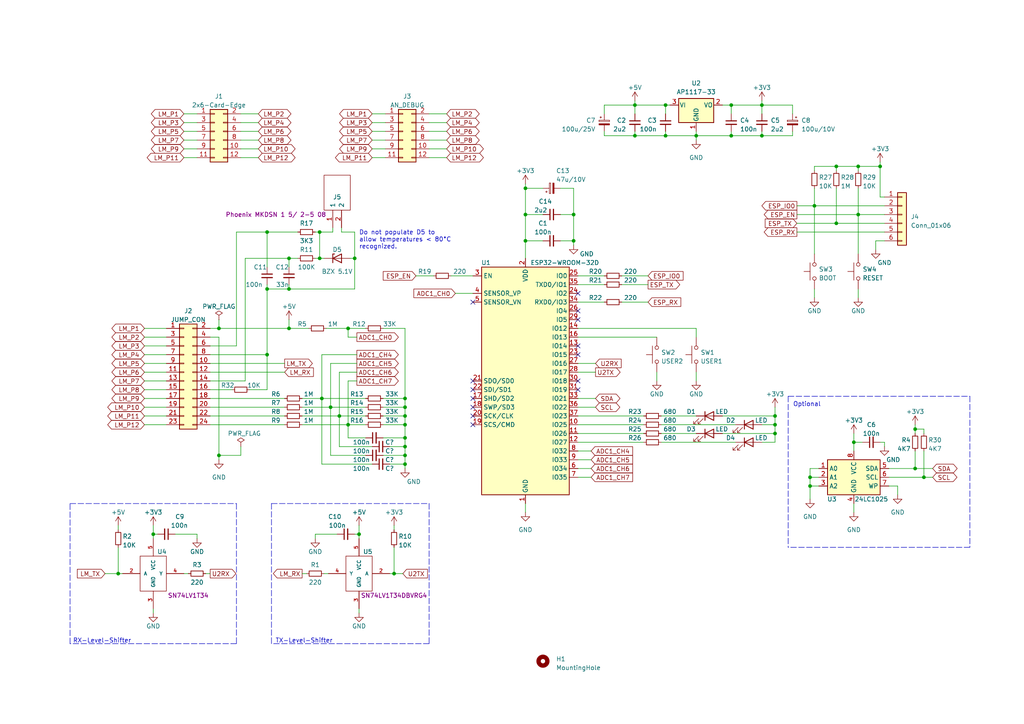
<source format=kicad_sch>
(kicad_sch (version 20211123) (generator eeschema)
  (paper "A4")
  (title_block (title "Buderus-KM217-WIFI") (date "2022-09-06") (rev "0.0.1") (company "Zokl@2022") (comment 1 "Author1: Daniel Glaser") (comment 2 "Author2: Zbynek Kocur"))
  (junction (at 92.71 67.31))
  (junction (at 83.82 95.25) (diameter 0.9144))
  (junction (at 100.965 123.19) (diameter 0.9144))
  (junction (at 63.5 95.25))
  (junction (at 44.45 154.94))
  (junction (at 224.79 123.19) (diameter 0.9144))
  (junction (at 247.65 128.27) (diameter 0.9144))
  (junction (at 77.47 83.82))
  (junction (at 117.475 120.65) (diameter 0.9144))
  (junction (at 63.5 132.08))
  (junction (at 102.87 74.93))
  (junction (at 234.95 140.97) (diameter 0.9144))
  (junction (at 104.14 154.94))
  (junction (at 184.15 30.48) (diameter 0.9144))
  (junction (at 83.82 83.82))
  (junction (at 166.37 69.85))
  (junction (at 152.4 69.85))
  (junction (at 117.475 129.54))
  (junction (at 92.71 74.93))
  (junction (at 234.95 138.43) (diameter 0.9144))
  (junction (at 95.885 118.11) (diameter 0.9144))
  (junction (at 117.475 123.19) (diameter 0.9144))
  (junction (at 201.93 39.37) (diameter 0.9144))
  (junction (at 220.98 30.48) (diameter 0.9144))
  (junction (at 117.475 134.62))
  (junction (at 212.09 30.48) (diameter 0.9144))
  (junction (at 224.79 120.65) (diameter 0.9144))
  (junction (at 193.04 30.48) (diameter 0.9144))
  (junction (at 248.92 48.26) (diameter 0.9144))
  (junction (at 255.27 48.26) (diameter 0.9144))
  (junction (at 152.4 54.61))
  (junction (at 83.82 74.93))
  (junction (at 152.4 62.23))
  (junction (at 117.475 127))
  (junction (at 193.04 39.37) (diameter 0.9144))
  (junction (at 93.345 115.57) (diameter 0.9144))
  (junction (at 242.57 48.26) (diameter 0.9144))
  (junction (at 100.965 95.25) (diameter 0.9144))
  (junction (at 117.475 132.08))
  (junction (at 267.97 138.43) (diameter 0.9144))
  (junction (at 212.09 39.37) (diameter 0.9144))
  (junction (at 77.47 102.87))
  (junction (at 77.47 67.31))
  (junction (at 166.37 62.23))
  (junction (at 236.22 59.69) (diameter 0.9144))
  (junction (at 114.3 166.37))
  (junction (at 220.98 39.37) (diameter 0.9144))
  (junction (at 224.79 125.73) (diameter 0.9144))
  (junction (at 98.425 120.65) (diameter 0.9144))
  (junction (at 34.29 166.37))
  (junction (at 117.475 115.57) (diameter 0.9144))
  (junction (at 265.43 135.89) (diameter 0.9144))
  (junction (at 265.43 124.46) (diameter 0.9144))
  (junction (at 242.57 64.77) (diameter 0.9144))
  (junction (at 248.92 62.23) (diameter 0.9144))
  (junction (at 117.475 118.11) (diameter 0.9144))
  (junction (at 184.15 39.37) (diameter 0.9144))
  (no_connect (at 167.64 90.17))
  (no_connect (at 137.16 87.63))
  (no_connect (at 137.16 110.49))
  (no_connect (at 137.16 113.03))
  (no_connect (at 137.16 120.65))
  (no_connect (at 137.16 123.19))
  (no_connect (at 137.16 115.57))
  (no_connect (at 137.16 118.11))
  (no_connect (at 167.64 92.71))
  (no_connect (at 167.64 85.09))
  (no_connect (at 167.64 100.33))
  (no_connect (at 167.64 102.87))
  (no_connect (at 167.64 110.49))
  (no_connect (at 167.64 113.03))
  (wire (pts (xy 175.26 38.1) (xy 175.26 39.37)))
  (wire (pts (xy 175.26 39.37) (xy 184.15 39.37)))
  (wire (pts (xy 97.79 154.94) (xy 91.44 154.94)))
  (wire (pts (xy 167.64 128.27) (xy 186.69 128.27)))
  (wire (pts (xy 167.64 125.73) (xy 186.69 125.73)))
  (wire (pts (xy 152.4 62.23) (xy 152.4 69.85)))
  (wire (pts (xy 111.125 123.19) (xy 117.475 123.19)))
  (wire (pts (xy 102.87 67.31) (xy 102.87 74.93)))
  (wire (pts (xy 77.47 83.82) (xy 83.82 83.82)))
  (wire (pts (xy 248.92 83.82) (xy 248.92 86.36)))
  (wire (pts (xy 167.64 118.11) (xy 172.72 118.11)))
  (wire (pts (xy 247.65 125.73) (xy 247.65 128.27)))
  (wire (pts (xy 95.885 132.08) (xy 95.885 118.11)))
  (wire (pts (xy 124.46 35.56) (xy 129.54 35.56)))
  (wire (pts (xy 60.96 118.11) (xy 82.55 118.11)))
  (wire (pts (xy 59.69 166.37) (xy 60.96 166.37)))
  (wire (pts (xy 117.475 134.62) (xy 117.475 132.08)))
  (wire (pts (xy 92.71 67.31) (xy 92.71 74.93)))
  (wire (pts (xy 71.12 110.49) (xy 60.96 110.49)))
  (wire (pts (xy 201.93 107.95) (xy 201.93 110.49)))
  (wire (pts (xy 106.045 127) (xy 100.965 127)))
  (wire (pts (xy 93.345 134.62) (xy 93.345 115.57)))
  (wire (pts (xy 87.63 166.37) (xy 88.9 166.37)))
  (wire (pts (xy 100.965 123.19) (xy 106.045 123.19)))
  (wire (pts (xy 60.96 105.41) (xy 82.55 105.41)))
  (wire (pts (xy 193.04 30.48) (xy 194.31 30.48)))
  (wire (pts (xy 193.04 33.02) (xy 193.04 30.48)))
  (wire (pts (xy 166.37 69.85) (xy 166.37 71.12)))
  (wire (pts (xy 99.06 66.04) (xy 99.06 67.31)))
  (wire (pts (xy 167.64 130.81) (xy 171.45 130.81)))
  (wire (pts (xy 255.27 57.15) (xy 256.54 57.15)))
  (wire (pts (xy 69.85 38.1) (xy 74.93 38.1)))
  (polyline (pts (xy 228.6 114.935) (xy 228.6 158.75)) (stroke (width 0) (type dash)))
  (polyline (pts (xy 228.6 114.935) (xy 281.305 114.935)) (stroke (width 0) (type dash)))
  (polyline (pts (xy 281.305 114.935) (xy 281.305 158.75)) (stroke (width 0) (type dash)))
  (polyline (pts (xy 281.305 158.75) (xy 228.6 158.75)) (stroke (width 0) (type dash)))
  (wire (pts (xy 117.475 127) (xy 117.475 123.19)))
  (wire (pts (xy 69.85 35.56) (xy 74.93 35.56)))
  (wire (pts (xy 231.14 64.77) (xy 242.57 64.77)))
  (wire (pts (xy 242.57 64.77) (xy 256.54 64.77)))
  (wire (pts (xy 234.95 135.89) (xy 234.95 138.43)))
  (wire (pts (xy 237.49 135.89) (xy 234.95 135.89)))
  (wire (pts (xy 162.56 54.61) (xy 166.37 54.61)))
  (wire (pts (xy 98.425 129.54) (xy 98.425 120.65)))
  (wire (pts (xy 95.885 118.11) (xy 106.045 118.11)))
  (wire (pts (xy 95.885 105.41) (xy 95.885 118.11)))
  (wire (pts (xy 103.505 105.41) (xy 95.885 105.41)))
  (wire (pts (xy 34.29 158.75) (xy 34.29 166.37)))
  (wire (pts (xy 236.22 48.26) (xy 242.57 48.26)))
  (wire (pts (xy 242.57 49.53) (xy 242.57 48.26)))
  (wire (pts (xy 256.54 128.27) (xy 255.27 128.27)))
  (wire (pts (xy 256.54 129.54) (xy 256.54 128.27)))
  (wire (pts (xy 162.56 69.85) (xy 166.37 69.85)))
  (wire (pts (xy 44.45 154.94) (xy 44.45 156.21)))
  (wire (pts (xy 100.965 110.49) (xy 100.965 123.19)))
  (wire (pts (xy 103.505 110.49) (xy 100.965 110.49)))
  (wire (pts (xy 248.92 48.26) (xy 248.92 49.53)))
  (wire (pts (xy 111.125 127) (xy 117.475 127)))
  (wire (pts (xy 92.71 74.93) (xy 93.98 74.93)))
  (wire (pts (xy 167.64 80.01) (xy 175.26 80.01)))
  (wire (pts (xy 180.34 80.01) (xy 187.96 80.01)))
  (wire (pts (xy 71.12 74.93) (xy 71.12 110.49)))
  (wire (pts (xy 107.95 38.1) (xy 111.76 38.1)))
  (wire (pts (xy 100.965 95.25) (xy 106.045 95.25)))
  (wire (pts (xy 100.965 97.79) (xy 100.965 95.25)))
  (wire (pts (xy 103.505 97.79) (xy 100.965 97.79)))
  (wire (pts (xy 191.77 120.65) (xy 201.93 120.65)))
  (wire (pts (xy 60.96 123.19) (xy 82.55 123.19)))
  (wire (pts (xy 69.85 45.72) (xy 74.93 45.72)))
  (wire (pts (xy 107.95 40.64) (xy 111.76 40.64)))
  (wire (pts (xy 167.64 135.89) (xy 171.45 135.89)))
  (wire (pts (xy 63.5 132.08) (xy 69.85 132.08)))
  (wire (pts (xy 57.15 154.94) (xy 57.15 156.21)))
  (wire (pts (xy 124.46 45.72) (xy 129.54 45.72)))
  (wire (pts (xy 124.46 43.18) (xy 129.54 43.18)))
  (wire (pts (xy 102.87 83.82) (xy 102.87 74.93)))
  (wire (pts (xy 69.85 43.18) (xy 74.93 43.18)))
  (wire (pts (xy 60.96 115.57) (xy 82.55 115.57)))
  (wire (pts (xy 91.44 67.31) (xy 92.71 67.31)))
  (wire (pts (xy 69.85 40.64) (xy 74.93 40.64)))
  (wire (pts (xy 83.82 83.82) (xy 102.87 83.82)))
  (wire (pts (xy 63.5 132.08) (xy 63.5 97.79)))
  (wire (pts (xy 111.125 115.57) (xy 117.475 115.57)))
  (wire (pts (xy 190.5 107.95) (xy 190.5 110.49)))
  (wire (pts (xy 220.98 38.1) (xy 220.98 39.37)))
  (wire (pts (xy 220.98 39.37) (xy 212.09 39.37)))
  (wire (pts (xy 77.47 113.03) (xy 77.47 102.87)))
  (wire (pts (xy 77.47 67.31) (xy 77.47 77.47)))
  (wire (pts (xy 152.4 146.05) (xy 152.4 148.59)))
  (wire (pts (xy 257.81 138.43) (xy 267.97 138.43)))
  (wire (pts (xy 267.97 138.43) (xy 270.51 138.43)))
  (wire (pts (xy 201.93 95.25) (xy 201.93 97.79)))
  (wire (pts (xy 41.91 113.03) (xy 48.26 113.03)))
  (wire (pts (xy 191.77 125.73) (xy 201.93 125.73)))
  (wire (pts (xy 104.14 176.53) (xy 104.14 177.8)))
  (wire (pts (xy 53.34 166.37) (xy 54.61 166.37)))
  (wire (pts (xy 191.77 128.27) (xy 213.36 128.27)))
  (wire (pts (xy 41.91 107.95) (xy 48.26 107.95)))
  (wire (pts (xy 44.45 176.53) (xy 44.45 177.8)))
  (wire (pts (xy 60.96 107.95) (xy 82.55 107.95)))
  (wire (pts (xy 220.98 39.37) (xy 229.87 39.37)))
  (wire (pts (xy 229.87 38.1) (xy 229.87 39.37)))
  (wire (pts (xy 167.64 115.57) (xy 172.72 115.57)))
  (wire (pts (xy 77.47 67.31) (xy 86.36 67.31)))
  (wire (pts (xy 220.98 29.21) (xy 220.98 30.48)))
  (wire (pts (xy 152.4 54.61) (xy 152.4 62.23)))
  (wire (pts (xy 167.64 120.65) (xy 186.69 120.65)))
  (wire (pts (xy 72.39 113.03) (xy 77.47 113.03)))
  (wire (pts (xy 229.87 30.48) (xy 220.98 30.48)))
  (wire (pts (xy 229.87 33.02) (xy 229.87 30.48)))
  (wire (pts (xy 166.37 62.23) (xy 166.37 69.85)))
  (wire (pts (xy 184.15 38.1) (xy 184.15 39.37)))
  (wire (pts (xy 184.15 39.37) (xy 193.04 39.37)))
  (wire (pts (xy 152.4 69.85) (xy 152.4 74.93)))
  (wire (pts (xy 30.48 166.37) (xy 34.29 166.37)))
  (wire (pts (xy 87.63 118.11) (xy 95.885 118.11)))
  (wire (pts (xy 117.475 95.25) (xy 111.125 95.25)))
  (wire (pts (xy 117.475 115.57) (xy 117.475 95.25)))
  (wire (pts (xy 117.475 118.11) (xy 117.475 115.57)))
  (wire (pts (xy 117.475 120.65) (xy 117.475 118.11)))
  (wire (pts (xy 117.475 123.19) (xy 117.475 120.65)))
  (wire (pts (xy 117.475 135.89) (xy 117.475 134.62)))
  (wire (pts (xy 101.6 74.93) (xy 102.87 74.93)))
  (wire (pts (xy 77.47 83.82) (xy 77.47 102.87)))
  (wire (pts (xy 69.85 129.54) (xy 69.85 132.08)))
  (wire (pts (xy 53.34 43.18) (xy 57.15 43.18)))
  (wire (pts (xy 236.22 83.82) (xy 236.22 86.36)))
  (wire (pts (xy 247.65 146.05) (xy 247.65 148.59)))
  (wire (pts (xy 41.91 102.87) (xy 48.26 102.87)))
  (wire (pts (xy 41.91 123.19) (xy 48.26 123.19)))
  (wire (pts (xy 104.14 152.4) (xy 104.14 154.94)))
  (wire (pts (xy 60.96 120.65) (xy 82.55 120.65)))
  (wire (pts (xy 231.14 59.69) (xy 236.22 59.69)))
  (wire (pts (xy 236.22 59.69) (xy 256.54 59.69)))
  (wire (pts (xy 124.46 33.02) (xy 129.54 33.02)))
  (wire (pts (xy 83.82 82.55) (xy 83.82 83.82)))
  (wire (pts (xy 83.82 74.93) (xy 83.82 77.47)))
  (wire (pts (xy 120.65 80.01) (xy 125.73 80.01)))
  (wire (pts (xy 130.81 80.01) (xy 137.16 80.01)))
  (wire (pts (xy 41.91 105.41) (xy 48.26 105.41)))
  (wire (pts (xy 113.03 166.37) (xy 114.3 166.37)))
  (wire (pts (xy 247.65 128.27) (xy 247.65 130.81)))
  (wire (pts (xy 250.19 128.27) (xy 247.65 128.27)))
  (wire (pts (xy 124.46 40.64) (xy 129.54 40.64)))
  (wire (pts (xy 98.425 107.95) (xy 98.425 120.65)))
  (wire (pts (xy 103.505 107.95) (xy 98.425 107.95)))
  (wire (pts (xy 255.27 46.99) (xy 255.27 48.26)))
  (wire (pts (xy 255.27 48.26) (xy 255.27 57.15)))
  (wire (pts (xy 167.64 97.79) (xy 190.5 97.79)))
  (wire (pts (xy 87.63 120.65) (xy 98.425 120.65)))
  (polyline (pts (xy 20.32 146.05) (xy 68.58 146.05)) (stroke (width 0) (type dash)))
  (polyline (pts (xy 20.32 186.69) (xy 20.32 146.05)) (stroke (width 0) (type dash)))
  (polyline (pts (xy 68.58 146.05) (xy 68.58 186.69)) (stroke (width 0) (type dash)))
  (polyline (pts (xy 68.58 186.69) (xy 20.32 186.69)) (stroke (width 0) (type dash)))
  (wire (pts (xy 242.57 54.61) (xy 242.57 64.77)))
  (wire (pts (xy 167.64 107.95) (xy 172.72 107.95)))
  (wire (pts (xy 167.64 123.19) (xy 186.69 123.19)))
  (wire (pts (xy 162.56 62.23) (xy 166.37 62.23)))
  (wire (pts (xy 248.92 54.61) (xy 248.92 62.23)))
  (wire (pts (xy 93.345 102.87) (xy 93.345 115.57)))
  (wire (pts (xy 103.505 102.87) (xy 93.345 102.87)))
  (wire (pts (xy 71.12 74.93) (xy 83.82 74.93)))
  (wire (pts (xy 44.45 152.4) (xy 44.45 154.94)))
  (wire (pts (xy 107.95 43.18) (xy 111.76 43.18)))
  (wire (pts (xy 63.5 97.79) (xy 60.96 97.79)))
  (wire (pts (xy 63.5 133.35) (xy 63.5 132.08)))
  (wire (pts (xy 106.045 132.08) (xy 95.885 132.08)))
  (wire (pts (xy 107.95 33.02) (xy 111.76 33.02)))
  (wire (pts (xy 86.36 74.93) (xy 83.82 74.93)))
  (wire (pts (xy 231.14 67.31) (xy 256.54 67.31)))
  (polyline (pts (xy 78.74 146.05) (xy 78.74 186.69)) (stroke (width 0) (type dash)))
  (polyline (pts (xy 78.74 146.05) (xy 124.46 146.05)) (stroke (width 0) (type dash)))
  (polyline (pts (xy 124.46 146.05) (xy 124.46 186.69)) (stroke (width 0) (type dash)))
  (polyline (pts (xy 124.46 186.69) (xy 78.74 186.69)) (stroke (width 0) (type dash)))
  (wire (pts (xy 265.43 123.19) (xy 265.43 124.46)))
  (wire (pts (xy 265.43 124.46) (xy 265.43 125.73)))
  (wire (pts (xy 167.64 133.35) (xy 171.45 133.35)))
  (wire (pts (xy 113.03 134.62) (xy 117.475 134.62)))
  (wire (pts (xy 91.44 74.93) (xy 92.71 74.93)))
  (wire (pts (xy 104.14 154.94) (xy 104.14 156.21)))
  (wire (pts (xy 111.125 118.11) (xy 117.475 118.11)))
  (wire (pts (xy 242.57 48.26) (xy 248.92 48.26)))
  (wire (pts (xy 107.95 134.62) (xy 93.345 134.62)))
  (wire (pts (xy 184.15 29.21) (xy 184.15 30.48)))
  (wire (pts (xy 107.95 45.72) (xy 111.76 45.72)))
  (wire (pts (xy 152.4 69.85) (xy 157.48 69.85)))
  (wire (pts (xy 157.48 54.61) (xy 152.4 54.61)))
  (wire (pts (xy 53.34 33.02) (xy 57.15 33.02)))
  (wire (pts (xy 102.87 154.94) (xy 104.14 154.94)))
  (wire (pts (xy 257.81 140.97) (xy 260.35 140.97)))
  (wire (pts (xy 260.35 140.97) (xy 260.35 143.51)))
  (wire (pts (xy 152.4 62.23) (xy 157.48 62.23)))
  (wire (pts (xy 60.96 102.87) (xy 77.47 102.87)))
  (wire (pts (xy 209.55 30.48) (xy 212.09 30.48)))
  (wire (pts (xy 212.09 33.02) (xy 212.09 30.48)))
  (wire (pts (xy 60.96 100.33) (xy 68.58 100.33)))
  (wire (pts (xy 63.5 95.25) (xy 83.82 95.25)))
  (wire (pts (xy 69.85 33.02) (xy 74.93 33.02)))
  (wire (pts (xy 209.55 125.73) (xy 224.79 125.73)))
  (wire (pts (xy 224.79 125.73) (xy 224.79 123.19)))
  (wire (pts (xy 201.93 38.1) (xy 201.93 39.37)))
  (wire (pts (xy 267.97 130.81) (xy 267.97 138.43)))
  (wire (pts (xy 267.97 124.46) (xy 265.43 124.46)))
  (wire (pts (xy 267.97 125.73) (xy 267.97 124.46)))
  (wire (pts (xy 53.34 35.56) (xy 57.15 35.56)))
  (wire (pts (xy 234.95 140.97) (xy 237.49 140.97)))
  (wire (pts (xy 234.95 144.78) (xy 234.95 140.97)))
  (wire (pts (xy 93.345 115.57) (xy 106.045 115.57)))
  (wire (pts (xy 248.92 62.23) (xy 248.92 73.66)))
  (wire (pts (xy 254 69.85) (xy 254 72.39)))
  (wire (pts (xy 68.58 100.33) (xy 68.58 67.31)))
  (wire (pts (xy 167.64 105.41) (xy 172.72 105.41)))
  (wire (pts (xy 68.58 67.31) (xy 77.47 67.31)))
  (wire (pts (xy 124.46 38.1) (xy 129.54 38.1)))
  (wire (pts (xy 111.125 132.08) (xy 117.475 132.08)))
  (wire (pts (xy 99.06 67.31) (xy 102.87 67.31)))
  (wire (pts (xy 100.965 127) (xy 100.965 123.19)))
  (wire (pts (xy 41.91 95.25) (xy 48.26 95.25)))
  (wire (pts (xy 87.63 123.19) (xy 100.965 123.19)))
  (wire (pts (xy 41.91 118.11) (xy 48.26 118.11)))
  (wire (pts (xy 184.15 30.48) (xy 193.04 30.48)))
  (wire (pts (xy 184.15 33.02) (xy 184.15 30.48)))
  (wire (pts (xy 50.8 154.94) (xy 57.15 154.94)))
  (wire (pts (xy 236.22 48.26) (xy 236.22 49.53)))
  (wire (pts (xy 231.14 62.23) (xy 248.92 62.23)))
  (wire (pts (xy 248.92 62.23) (xy 256.54 62.23)))
  (wire (pts (xy 114.3 152.4) (xy 114.3 153.67)))
  (wire (pts (xy 107.95 129.54) (xy 98.425 129.54)))
  (wire (pts (xy 236.22 54.61) (xy 236.22 59.69)))
  (wire (pts (xy 107.95 35.56) (xy 111.76 35.56)))
  (wire (pts (xy 44.45 154.94) (xy 45.72 154.94)))
  (wire (pts (xy 212.09 38.1) (xy 212.09 39.37)))
  (wire (pts (xy 212.09 39.37) (xy 201.93 39.37)))
  (wire (pts (xy 265.43 130.81) (xy 265.43 135.89)))
  (wire (pts (xy 209.55 120.65) (xy 224.79 120.65)))
  (wire (pts (xy 114.3 158.75) (xy 114.3 166.37)))
  (wire (pts (xy 96.52 66.04) (xy 96.52 67.31)))
  (wire (pts (xy 91.44 154.94) (xy 91.44 156.21)))
  (wire (pts (xy 53.34 45.72) (xy 57.15 45.72)))
  (wire (pts (xy 77.47 82.55) (xy 77.47 83.82)))
  (wire (pts (xy 60.96 113.03) (xy 67.31 113.03)))
  (wire (pts (xy 41.91 120.65) (xy 48.26 120.65)))
  (wire (pts (xy 220.98 123.19) (xy 224.79 123.19)))
  (wire (pts (xy 224.79 123.19) (xy 224.79 120.65)))
  (wire (pts (xy 53.34 38.1) (xy 57.15 38.1)))
  (wire (pts (xy 257.81 135.89) (xy 265.43 135.89)))
  (wire (pts (xy 265.43 135.89) (xy 270.51 135.89)))
  (wire (pts (xy 83.82 95.25) (xy 89.535 95.25)))
  (wire (pts (xy 34.29 166.37) (xy 35.56 166.37)))
  (wire (pts (xy 191.77 123.19) (xy 213.36 123.19)))
  (wire (pts (xy 152.4 53.34) (xy 152.4 54.61)))
  (wire (pts (xy 167.64 82.55) (xy 175.26 82.55)))
  (wire (pts (xy 180.34 82.55) (xy 187.96 82.55)))
  (wire (pts (xy 234.95 138.43) (xy 234.95 140.97)))
  (wire (pts (xy 237.49 138.43) (xy 234.95 138.43)))
  (wire (pts (xy 53.34 40.64) (xy 57.15 40.64)))
  (wire (pts (xy 193.04 38.1) (xy 193.04 39.37)))
  (wire (pts (xy 193.04 39.37) (xy 201.93 39.37)))
  (wire (pts (xy 201.93 39.37) (xy 201.93 40.64)))
  (wire (pts (xy 254 69.85) (xy 256.54 69.85)))
  (wire (pts (xy 167.64 87.63) (xy 175.26 87.63)))
  (wire (pts (xy 180.34 87.63) (xy 187.96 87.63)))
  (wire (pts (xy 111.125 120.65) (xy 117.475 120.65)))
  (wire (pts (xy 166.37 54.61) (xy 166.37 62.23)))
  (wire (pts (xy 167.64 95.25) (xy 201.93 95.25)))
  (wire (pts (xy 98.425 120.65) (xy 106.045 120.65)))
  (wire (pts (xy 63.5 92.71) (xy 63.5 95.25)))
  (wire (pts (xy 224.79 118.11) (xy 224.79 120.65)))
  (wire (pts (xy 132.08 85.09) (xy 137.16 85.09)))
  (wire (pts (xy 220.98 30.48) (xy 212.09 30.48)))
  (wire (pts (xy 220.98 33.02) (xy 220.98 30.48)))
  (wire (pts (xy 117.475 129.54) (xy 117.475 127)))
  (wire (pts (xy 34.29 152.4) (xy 34.29 153.67)))
  (wire (pts (xy 41.91 100.33) (xy 48.26 100.33)))
  (wire (pts (xy 96.52 67.31) (xy 92.71 67.31)))
  (wire (pts (xy 248.92 48.26) (xy 255.27 48.26)))
  (wire (pts (xy 113.03 129.54) (xy 117.475 129.54)))
  (wire (pts (xy 60.96 95.25) (xy 63.5 95.25)))
  (wire (pts (xy 83.82 95.25) (xy 83.82 92.71)))
  (wire (pts (xy 114.3 166.37) (xy 116.84 166.37)))
  (wire (pts (xy 41.91 110.49) (xy 48.26 110.49)))
  (wire (pts (xy 87.63 115.57) (xy 93.345 115.57)))
  (wire (pts (xy 175.26 30.48) (xy 184.15 30.48)))
  (wire (pts (xy 175.26 33.02) (xy 175.26 30.48)))
  (wire (pts (xy 220.98 128.27) (xy 224.79 128.27)))
  (wire (pts (xy 224.79 128.27) (xy 224.79 125.73)))
  (wire (pts (xy 167.64 138.43) (xy 171.45 138.43)))
  (wire (pts (xy 41.91 115.57) (xy 48.26 115.57)))
  (wire (pts (xy 94.615 95.25) (xy 100.965 95.25)))
  (wire (pts (xy 236.22 59.69) (xy 236.22 73.66)))
  (wire (pts (xy 117.475 132.08) (xy 117.475 129.54)))
  (wire (pts (xy 93.98 166.37) (xy 95.25 166.37)))
  (wire (pts (xy 41.91 97.79) (xy 48.26 97.79)))
  (text "RX-Level-Shifter" (at 38.1 186.69 180) (effects (font (size 1.27 1.27)) (justify right bottom)))
  (text "TX-Level-Shifter" (at 96.52 186.69 180) (effects (font (size 1.27 1.27)) (justify right bottom)))
  (text "Optional" (at 238.125 118.11 180) (effects (font (size 1.27 1.27)) (justify right bottom)))
  (text "Do not populate D5 to \nallow temperatures < 80°C \nrecognized." (at 104.14 72.39 0) (effects (font (size 1.27 1.27)) (justify left bottom)))
  (global_label "U2RX" (shape input) (at 172.72 105.41 0) (property "Intersheet References" "${INTERSHEET_REFS}" (effects hide)))
  (global_label "LM_P11" (shape bidirectional) (at 41.91 120.65 180) (property "Intersheet References" "${INTERSHEET_REFS}" (effects hide)))
  (global_label "ADC1_CH6" (shape input) (at 171.45 135.89 0) (property "Intersheet References" "${INTERSHEET_REFS}" (effects hide)))
  (global_label "LM_P2" (shape bidirectional) (at 129.54 33.02 0) (property "Intersheet References" "${INTERSHEET_REFS}" (effects hide)))
  (global_label "LM_P10" (shape bidirectional) (at 129.54 43.18 0) (property "Intersheet References" "${INTERSHEET_REFS}" (effects hide)))
  (global_label "LM_P5" (shape bidirectional) (at 53.34 38.1 180) (property "Intersheet References" "${INTERSHEET_REFS}" (effects hide)))
  (global_label "LM_P5" (shape bidirectional) (at 107.95 38.1 180) (property "Intersheet References" "${INTERSHEET_REFS}" (effects hide)))
  (global_label "ADC1_CH7" (shape input) (at 171.45 138.43 0) (property "Intersheet References" "${INTERSHEET_REFS}" (effects hide)))
  (global_label "LM_P6" (shape bidirectional) (at 74.93 38.1 0) (property "Intersheet References" "${INTERSHEET_REFS}" (effects hide)))
  (global_label "LM_P3" (shape bidirectional) (at 41.91 100.33 180) (property "Intersheet References" "${INTERSHEET_REFS}" (effects hide)))
  (global_label "LM_P2" (shape bidirectional) (at 74.93 33.02 0) (property "Intersheet References" "${INTERSHEET_REFS}" (effects hide)))
  (global_label "SCL" (shape bidirectional) (at 172.72 118.11 0) (property "Intersheet References" "${INTERSHEET_REFS}" (effects hide)))
  (global_label "ADC1_CH6" (shape output) (at 103.505 107.95 0) (property "Intersheet References" "${INTERSHEET_REFS}" (effects hide)))
  (global_label "LM_P8" (shape bidirectional) (at 74.93 40.64 0) (property "Intersheet References" "${INTERSHEET_REFS}" (effects hide)))
  (global_label "LM_P6" (shape bidirectional) (at 129.54 38.1 0) (property "Intersheet References" "${INTERSHEET_REFS}" (effects hide)))
  (global_label "ESP_RX" (shape output) (at 231.14 67.31 180) (property "Intersheet References" "${INTERSHEET_REFS}" (effects hide)))
  (global_label "LM_TX" (shape output) (at 82.55 105.41 0) (property "Intersheet References" "${INTERSHEET_REFS}" (effects hide)))
  (global_label "LM_P11" (shape bidirectional) (at 107.95 45.72 180) (property "Intersheet References" "${INTERSHEET_REFS}" (effects hide)))
  (global_label "LM_P7" (shape bidirectional) (at 41.91 110.49 180) (property "Intersheet References" "${INTERSHEET_REFS}" (effects hide)))
  (global_label "LM_P10" (shape bidirectional) (at 74.93 43.18 0) (property "Intersheet References" "${INTERSHEET_REFS}" (effects hide)))
  (global_label "LM_P12" (shape bidirectional) (at 74.93 45.72 0) (property "Intersheet References" "${INTERSHEET_REFS}" (effects hide)))
  (global_label "SDA" (shape bidirectional) (at 270.51 135.89 0) (property "Intersheet References" "${INTERSHEET_REFS}" (effects hide)))
  (global_label "LM_P3" (shape bidirectional) (at 53.34 35.56 180) (property "Intersheet References" "${INTERSHEET_REFS}" (effects hide)))
  (global_label "ESP_EN" (shape output) (at 231.14 62.23 180) (property "Intersheet References" "${INTERSHEET_REFS}" (effects hide)))
  (global_label "LM_P8" (shape bidirectional) (at 41.91 113.03 180) (property "Intersheet References" "${INTERSHEET_REFS}" (effects hide)))
  (global_label "ADC1_CH4" (shape output) (at 103.505 102.87 0) (property "Intersheet References" "${INTERSHEET_REFS}" (effects hide)))
  (global_label "LM_P5" (shape bidirectional) (at 41.91 105.41 180) (property "Intersheet References" "${INTERSHEET_REFS}" (effects hide)))
  (global_label "LM_P9" (shape bidirectional) (at 53.34 43.18 180) (property "Intersheet References" "${INTERSHEET_REFS}" (effects hide)))
  (global_label "ESP_TX" (shape input) (at 231.14 64.77 180) (property "Intersheet References" "${INTERSHEET_REFS}" (effects hide)))
  (global_label "SDA" (shape bidirectional) (at 172.72 115.57 0) (property "Intersheet References" "${INTERSHEET_REFS}" (effects hide)))
  (global_label "LM_P11" (shape bidirectional) (at 53.34 45.72 180) (property "Intersheet References" "${INTERSHEET_REFS}" (effects hide)))
  (global_label "LM_P10" (shape bidirectional) (at 41.91 118.11 180) (property "Intersheet References" "${INTERSHEET_REFS}" (effects hide)))
  (global_label "LM_P4" (shape bidirectional) (at 129.54 35.56 0) (property "Intersheet References" "${INTERSHEET_REFS}" (effects hide)))
  (global_label "U2TX" (shape output) (at 172.72 107.95 0) (property "Intersheet References" "${INTERSHEET_REFS}" (effects hide)))
  (global_label "ADC1_CH4" (shape input) (at 171.45 130.81 0) (property "Intersheet References" "${INTERSHEET_REFS}" (effects hide)))
  (global_label "ESP_IO0" (shape output) (at 231.14 59.69 180) (property "Intersheet References" "${INTERSHEET_REFS}" (effects hide)))
  (global_label "ESP_RX" (shape input) (at 187.96 87.63 0) (property "Intersheet References" "${INTERSHEET_REFS}" (effects hide)))
  (global_label "LM_P3" (shape bidirectional) (at 107.95 35.56 180) (property "Intersheet References" "${INTERSHEET_REFS}" (effects hide)))
  (global_label "SCL" (shape bidirectional) (at 270.51 138.43 0) (property "Intersheet References" "${INTERSHEET_REFS}" (effects hide)))
  (global_label "ESP_IO0" (shape input) (at 187.96 80.01 0) (property "Intersheet References" "${INTERSHEET_REFS}" (effects hide)))
  (global_label "LM_P2" (shape bidirectional) (at 41.91 97.79 180) (property "Intersheet References" "${INTERSHEET_REFS}" (effects hide)))
  (global_label "LM_P4" (shape bidirectional) (at 74.93 35.56 0) (property "Intersheet References" "${INTERSHEET_REFS}" (effects hide)))
  (global_label "ADC1_CH5" (shape output) (at 103.505 105.41 0) (property "Intersheet References" "${INTERSHEET_REFS}" (effects hide)))
  (global_label "U2RX" (shape output) (at 60.96 166.37 0) (property "Intersheet References" "${INTERSHEET_REFS}" (effects hide)))
  (global_label "ESP_EN" (shape input) (at 120.65 80.01 180) (property "Intersheet References" "${INTERSHEET_REFS}" (effects hide)))
  (global_label "LM_P4" (shape bidirectional) (at 41.91 102.87 180) (property "Intersheet References" "${INTERSHEET_REFS}" (effects hide)))
  (global_label "LM_P7" (shape bidirectional) (at 53.34 40.64 180) (property "Intersheet References" "${INTERSHEET_REFS}" (effects hide)))
  (global_label "LM_P8" (shape bidirectional) (at 129.54 40.64 0) (property "Intersheet References" "${INTERSHEET_REFS}" (effects hide)))
  (global_label "U2TX" (shape input) (at 116.84 166.37 0) (property "Intersheet References" "${INTERSHEET_REFS}" (effects hide)))
  (global_label "LM_P1" (shape bidirectional) (at 41.91 95.25 180) (property "Intersheet References" "${INTERSHEET_REFS}" (effects hide)))
  (global_label "LM_P9" (shape bidirectional) (at 41.91 115.57 180) (property "Intersheet References" "${INTERSHEET_REFS}" (effects hide)))
  (global_label "ADC1_CH5" (shape input) (at 171.45 133.35 0) (property "Intersheet References" "${INTERSHEET_REFS}" (effects hide)))
  (global_label "ADC1_CH7" (shape output) (at 103.505 110.49 0) (property "Intersheet References" "${INTERSHEET_REFS}" (effects hide)))
  (global_label "ADC1_CH0" (shape output) (at 103.505 97.79 0) (property "Intersheet References" "${INTERSHEET_REFS}" (effects hide)))
  (global_label "LM_P12" (shape bidirectional) (at 41.91 123.19 180) (property "Intersheet References" "${INTERSHEET_REFS}" (effects hide)))
  (global_label "LM_P1" (shape bidirectional) (at 107.95 33.02 180) (property "Intersheet References" "${INTERSHEET_REFS}" (effects hide)))
  (global_label "LM_RX" (shape input) (at 82.55 107.95 0) (property "Intersheet References" "${INTERSHEET_REFS}" (effects hide)))
  (global_label "ESP_TX" (shape output) (at 187.96 82.55 0) (property "Intersheet References" "${INTERSHEET_REFS}" (effects hide)))
  (global_label "LM_P6" (shape bidirectional) (at 41.91 107.95 180) (property "Intersheet References" "${INTERSHEET_REFS}" (effects hide)))
  (global_label "LM_P1" (shape bidirectional) (at 53.34 33.02 180) (property "Intersheet References" "${INTERSHEET_REFS}" (effects hide)))
  (global_label "LM_P12" (shape bidirectional) (at 129.54 45.72 0) (property "Intersheet References" "${INTERSHEET_REFS}" (effects hide)))
  (global_label "LM_RX" (shape output) (at 87.63 166.37 180) (property "Intersheet References" "${INTERSHEET_REFS}" (effects hide)))
  (global_label "LM_P9" (shape bidirectional) (at 107.95 43.18 180) (property "Intersheet References" "${INTERSHEET_REFS}" (effects hide)))
  (global_label "LM_P7" (shape bidirectional) (at 107.95 40.64 180) (property "Intersheet References" "${INTERSHEET_REFS}" (effects hide)))
  (global_label "ADC1_CH0" (shape input) (at 132.08 85.09 180) (property "Intersheet References" "${INTERSHEET_REFS}" (effects hide)))
  (global_label "LM_TX" (shape input) (at 30.48 166.37 180) (property "Intersheet References" "${INTERSHEET_REFS}" (effects hide)))
  (symbol (lib_id "power:+5V") (at 83.82 92.71 0) (unit 1)
    (property "Reference" "#PWR03" (effects hide))
    (property "Value" "+5V" (at 83.82 88.9 0))
  )
  (symbol (lib_id "Memory_EEPROM:24LC1025") (at 247.65 138.43 0) (unit 1)
    (property "Reference" "U3" (at 241.3 144.78 0))
    (property "Value" "24LC1025" (at 252.73 144.78 0))
    (property "Footprint" "Package_SO:SO-8_5.3x6.2mm_P1.27mm" (effects hide))
    (property "Datasheet" "http://ww1.microchip.com/downloads/en/DeviceDoc/21941B.pdf" (effects hide))
  )
  (symbol (lib_id "power:+3V3") (at 247.65 125.73 0) (unit 1)
    (property "Reference" "#PWR023" (effects hide))
    (property "Value" "+3V3" (at 247.65 121.92 0))
  )
  (symbol (lib_id "power:GND") (at 256.54 129.54 0) (unit 1)
    (property "Reference" "#PWR025" (effects hide))
    (property "Value" "GND" (at 259.08 133.35 0))
  )
  (symbol (lib_id "Device:R_Small") (at 177.8 87.63 90) (unit 1)
    (property "Reference" "R22" (at 172.72 86.36 90))
    (property "Value" "220" (at 182.88 86.36 90))
    (property "Footprint" "Resistor_SMD:R_0603_1608Metric_Pad0.98x0.95mm_HandSolder" (effects hide))
  )
  (symbol (lib_id "Device:R_Small") (at 128.27 80.01 90) (unit 1)
    (property "Reference" "R19" (at 123.19 78.74 90))
    (property "Value" "220" (at 133.35 78.74 90))
    (property "Footprint" "Resistor_SMD:R_0603_1608Metric_Pad0.98x0.95mm_HandSolder" (effects hide))
  )
  (symbol (lib_id "Device:R_Small") (at 177.8 80.01 90) (unit 1)
    (property "Reference" "R20" (at 172.72 78.74 90))
    (property "Value" "220" (at 182.88 78.74 90))
    (property "Footprint" "Resistor_SMD:R_0603_1608Metric_Pad0.98x0.95mm_HandSolder" (effects hide))
  )
  (symbol (lib_id "Device:R_Small") (at 57.15 166.37 90) (unit 1)
    (property "Reference" "R3" (at 57.15 163.83 90))
    (property "Value" "220" (at 57.15 168.91 90))
    (property "Footprint" "Resistor_SMD:R_0603_1608Metric_Pad0.98x0.95mm_HandSolder" (effects hide))
  )
  (symbol (lib_id "Regulator_Linear:AP1117-33") (at 201.93 30.48 0) (unit 1)
    (property "Reference" "U2" (at 201.93 24.13 0))
    (property "Value" "AP1117-33" (at 201.93 26.67 0))
    (property "Footprint" "Package_TO_SOT_SMD:SOT-223-3_TabPin2" (effects hide))
    (property "Datasheet" "http://www.diodes.com/datasheets/AP1117.pdf" (effects hide))
  )
  (symbol (lib_id "power:+3V3") (at 44.45 152.4 0) (unit 1)
    (property "Reference" "#PWR09" (effects hide))
    (property "Value" "+3V3" (at 44.45 148.59 0))
  )
  (symbol (lib_id "Device:C_Small") (at 212.09 35.56 0) (mirror y) (unit 1)
    (property "Reference" "C4" (at 214.63 34.9249 0) (effects (justify right)))
    (property "Value" "100n" (at 214.63 37.4649 0) (effects (justify right)))
    (property "Footprint" "Capacitor_SMD:C_0603_1608Metric_Pad1.08x0.95mm_HandSolder" (effects hide))
  )
  (symbol (lib_id "power:PWR_FLAG") (at 69.85 129.54 0) (unit 1)
    (property "Reference" "#FLG0102" (effects hide))
    (property "Value" "PWR_FLAG" (at 66.04 125.73 0) (effects (justify left)))
  )
  (symbol (lib_id "Device:R_Small") (at 85.09 115.57 90) (unit 1)
    (property "Reference" "R6" (at 80.01 114.3 90))
    (property "Value" "1M" (at 89.535 114.3 90))
    (property "Footprint" "Resistor_SMD:R_0603_1608Metric_Pad0.98x0.95mm_HandSolder" (effects hide))
  )
  (symbol (lib_id "Device:R_Small") (at 189.23 128.27 90) (unit 1)
    (property "Reference" "R26" (at 184.15 127 90))
    (property "Value" "680" (at 194.31 127 90))
    (property "Footprint" "Resistor_SMD:R_0603_1608Metric_Pad0.98x0.95mm_HandSolder" (effects hide))
  )
  (symbol (lib_id "power:+3V3") (at 255.27 46.99 0) (unit 1)
    (property "Reference" "#PWR022" (effects hide))
    (property "Value" "+3V3" (at 255.27 43.18 0))
  )
  (symbol (lib_id "Device:C_Small") (at 252.73 128.27 90) (mirror x) (unit 1)
    (property "Reference" "C6" (at 252.73 123.19 90))
    (property "Value" "100n" (at 252.73 125.73 90))
    (property "Footprint" "Capacitor_SMD:C_0603_1608Metric_Pad1.08x0.95mm_HandSolder" (effects hide))
  )
  (symbol (lib_id "Switch:SW_Push") (at 190.5 102.87 90) (unit 1)
    (property "Reference" "SW2" (at 191.77 102.2349 90) (effects (justify right)))
    (property "Value" "USER2" (at 191.77 104.7749 90) (effects (justify right)))
    (property "Footprint" "Button_Switch_SMD:SW_SPST_B3SL-1002P" (effects hide))
  )
  (symbol (lib_id "Device:C_Small") (at 160.02 69.85 90) (mirror x) (unit 1)
    (property "Reference" "C1" (at 157.48 64.77 90))
    (property "Value" "100n" (at 157.48 67.31 90))
    (property "Footprint" "Capacitor_SMD:C_0603_1608Metric_Pad1.08x0.95mm_HandSolder" (effects hide))
  )
  (symbol (lib_id "Device:C_Small") (at 184.15 35.56 0) (mirror y) (unit 1)
    (property "Reference" "C2" (at 181.61 34.9249 0) (effects (justify left)))
    (property "Value" "2u2" (at 181.61 37.4649 0) (effects (justify left)))
    (property "Footprint" "Capacitor_SMD:C_0603_1608Metric_Pad1.08x0.95mm_HandSolder" (effects hide))
  )
  (symbol (lib_id "Device:R_Small") (at 189.23 120.65 90) (unit 1)
    (property "Reference" "R23" (at 184.15 119.38 90))
    (property "Value" "680" (at 194.31 119.38 90))
    (property "Footprint" "Resistor_SMD:R_0603_1608Metric_Pad0.98x0.95mm_HandSolder" (effects hide))
  )
  (symbol (lib_id "Switch:SW_Push") (at 248.92 78.74 90) (unit 1)
    (property "Reference" "SW4" (at 250.19 78.1049 90) (effects (justify right)))
    (property "Value" "RESET" (at 250.19 80.6449 90) (effects (justify right)))
    (property "Footprint" "Button_Switch_SMD:SW_SPST_B3SL-1002P" (effects hide))
  )
  (symbol (lib_id "Device:R_Small") (at 189.23 123.19 90) (unit 1)
    (property "Reference" "R24" (at 184.15 121.92 90))
    (property "Value" "680" (at 194.31 121.92 90))
    (property "Footprint" "Resistor_SMD:R_0603_1608Metric_Pad0.98x0.95mm_HandSolder" (effects hide))
  )
  (symbol (lib_id "Device:C_Polarized_Small") (at 175.26 35.56 0) (unit 1)
    (property "Reference" "C7" (at 172.72 34.9249 0) (effects (justify right)))
    (property "Value" "100u/25V" (at 172.72 37.4649 0) (effects (justify right)))
    (property "Footprint" "Capacitor_THT:CP_Radial_D6.3mm_P2.50mm" (effects hide))
  )
  (symbol (lib_id "Device:LED") (at 205.74 120.65 0) (unit 1)
    (property "Reference" "D1" (at 200.4695 119.38 0))
    (property "Value" "LED" (at 209.3595 119.38 0))
    (property "Footprint" "LED_SMD:LED_0603_1608Metric_Pad1.05x0.95mm_HandSolder" (effects hide))
  )
  (symbol (lib_id "power:+5V") (at 34.29 152.4 0) (unit 1)
    (property "Reference" "#PWR06" (effects hide))
    (property "Value" "+5V" (at 34.29 148.59 0))
  )
  (symbol (lib_id "Device:C_Small") (at 108.585 132.08 90) (mirror x) (unit 1)
    (property "Reference" "C?" (at 114.3 133.35 90) (effects (justify left)))
    (property "Value" "100n" (at 107.315 133.35 90) (effects (justify left)))
    (property "Footprint" "Capacitor_SMD:C_0603_1608Metric_Pad1.08x0.95mm_HandSolder" (effects hide))
  )
  (symbol (lib_id "power:+3V3") (at 265.43 123.19 0) (unit 1)
    (property "Reference" "#PWR027" (effects hide))
    (property "Value" "+3V3" (at 265.43 119.38 0))
  )
  (symbol (lib_id "RF_Module:ESP32-WROOM-32D") (at 152.4 110.49 0) (unit 1)
    (property "Reference" "U1" (at 140.97 76.2 0))
    (property "Value" "ESP32-WROOM-32D" (at 163.83 76.2 0))
    (property "Footprint" "RF_Module:ESP32-WROOM-32" (effects hide))
    (property "Datasheet" "https://www.espressif.com/sites/default/files/documentation/esp32-wroom-32d_esp32-wroom-32u_datasheet_en.pdf" (effects hide))
  )
  (symbol (lib_id "power:GND") (at 104.14 177.8 0) (unit 1)
    (property "Reference" "#PWR0102" (effects hide))
    (property "Value" "GND" (at 104.14 181.61 0))
  )
  (symbol (lib_id "Device:R_Small") (at 242.57 52.07 0) (unit 1)
    (property "Reference" "R28" (at 243.84 51.4349 0) (effects (justify left)))
    (property "Value" "1M" (at 243.84 53.9749 0) (effects (justify left)))
    (property "Footprint" "Resistor_SMD:R_0603_1608Metric_Pad0.98x0.95mm_HandSolder" (effects hide))
  )
  (symbol (lib_id "Connector_Generic:Conn_02x12_Odd_Even") (at 53.34 107.95 0) (unit 1)
    (property "Reference" "J2" (at 54.61 90.17 0))
    (property "Value" "JUMP_CON" (at 54.61 92.71 0))
    (property "Footprint" "Connector_PinHeader_2.54mm:PinHeader_2x12_P2.54mm_Vertical" (effects hide))
  )
  (symbol (lib_id "Device:R_Small") (at 85.09 120.65 90) (unit 1)
    (property "Reference" "R8" (at 80.01 119.38 90))
    (property "Value" "1M" (at 89.535 119.38 90))
    (property "Footprint" "Resistor_SMD:R_0603_1608Metric_Pad0.98x0.95mm_HandSolder" (effects hide))
  )
  (symbol (lib_id "Device:C_Small") (at 193.04 35.56 0) (mirror y) (unit 1)
    (property "Reference" "C3" (at 190.5 34.9249 0) (effects (justify left)))
    (property "Value" "100n" (at 190.5 37.4649 0) (effects (justify left)))
    (property "Footprint" "Capacitor_SMD:C_0603_1608Metric_Pad1.08x0.95mm_HandSolder" (effects hide))
  )
  (symbol (lib_id "power:GND") (at 190.5 110.49 0) (unit 1)
    (property "Reference" "#PWR014" (effects hide))
    (property "Value" "GND" (at 190.5 114.3 0))
  )
  (symbol (lib_id "power:+3V3") (at 152.4 53.34 0) (unit 1)
    (property "Reference" "#PWR010" (effects hide))
    (property "Value" "+3V3" (at 152.4 49.53 0))
  )
  (symbol (lib_id "Private_IC:SN74LV1T34DBVRG4") (at 102.87 166.37 0) (mirror y) (unit 1)
    (property "Reference" "U5" (at 106.68 160.02 0))
    (property "Value" "SN74LV1T34DBVRG4" (effects hide))
    (property "Footprint" "Private_IC:SOT-23-5_HandSoldering" (effects hide))
    (property "Datasheet" "http://www.ti.com/general/docs/suppproductinfo.tsp?distId=26&gotoUrl=http%3A%2F%2Fwww.ti.com%2Flit%2Fds%2Fsymlink%2Fsn74lv1t34.pdf" (effects hide))
    (property "Manufacturer_Name" "Texas Instruments" (effects hide))
    (property "Manufacturer_Part_Number" "SN74LV1T34DBVRG4" (effects hide))
    (property "Note" "-" (effects hide))
    (property "Supplier" "Mouser" (effects hide))
    (property "Supplier_PartNo" "595-SN74LV1T34DBVRG4" (effects hide))
    (property "Price_1" "0,56" (effects hide))
    (property "Price_100" "0,333" (effects hide))
    (property "sValue" "SN74LV1T34DBVRG4" (at 114.3 172.72 0))
    (property "Description" "Übersetzungsspannungs-Pegel Single Power Supply BUFFER Logic Level Shifter (no enable) 5-SOT-23 -40 to 125" (effects hide))
  )
  (symbol (lib_id "power:+5V") (at 184.15 29.21 0) (unit 1)
    (property "Reference" "#PWR013" (effects hide))
    (property "Value" "+5V" (at 184.15 25.4 0))
  )
  (symbol (lib_id "Device:R_Small") (at 177.8 82.55 90) (unit 1)
    (property "Reference" "R21" (at 172.72 81.28 90))
    (property "Value" "220" (at 182.88 81.28 90))
    (property "Footprint" "Resistor_SMD:R_0603_1608Metric_Pad0.98x0.95mm_HandSolder" (effects hide))
  )
  (symbol (lib_id "Connector_Generic:Conn_02x06_Odd_Even") (at 116.84 38.1 0) (unit 1)
    (property "Reference" "J3" (at 118.11 27.94 0))
    (property "Value" "AN_DEBUG" (at 118.11 30.48 0))
    (property "Footprint" "Connector_PinHeader_2.54mm:PinHeader_2x06_P2.54mm_Vertical" (effects hide))
  )
  (symbol (lib_id "Device:C_Polarized_Small") (at 160.02 54.61 90) (unit 1)
    (property "Reference" "C13" (at 161.29 49.53 90) (effects (justify right)))
    (property "Value" "47u/10V" (at 161.29 52.07 90) (effects (justify right)))
    (property "Footprint" "Capacitor_SMD:C_1812_4532Metric_Pad1.57x3.40mm_HandSolder" (effects hide))
  )
  (symbol (lib_id "power:GND") (at 260.35 143.51 0) (unit 1)
    (property "Reference" "#PWR026" (effects hide))
    (property "Value" "GND" (at 260.35 148.59 0))
  )
  (symbol (lib_id "Device:C_Small") (at 100.33 154.94 90) (unit 1)
    (property "Reference" "C10" (at 99.06 149.86 90) (effects (justify left)))
    (property "Value" "100n" (at 100.33 152.4 90) (effects (justify left)))
    (property "Footprint" "Capacitor_SMD:C_0603_1608Metric_Pad1.08x0.95mm_HandSolder" (effects hide))
  )
  (symbol (lib_id "Device:LED") (at 217.17 128.27 0) (unit 1)
    (property "Reference" "D4" (at 211.8995 127 0))
    (property "Value" "LED" (at 220.7895 127 0))
    (property "Footprint" "LED_SMD:LED_0603_1608Metric_Pad1.05x0.95mm_HandSolder" (effects hide))
  )
  (symbol (lib_id "Device:R_Small") (at 34.29 156.21 0) (unit 1)
    (property "Reference" "R2" (at 35.56 155.5749 0) (effects (justify left)))
    (property "Value" "10K" (at 35.56 158.1149 0) (effects (justify left)))
    (property "Footprint" "Resistor_SMD:R_0603_1608Metric_Pad0.98x0.95mm_HandSolder" (effects hide))
  )
  (symbol (lib_id "Device:C_Small") (at 48.26 154.94 270) (mirror x) (unit 1)
    (property "Reference" "C9" (at 50.8 149.86 90) (effects (justify left)))
    (property "Value" "100n" (at 49.53 152.4 90) (effects (justify left)))
    (property "Footprint" "Capacitor_SMD:C_0603_1608Metric_Pad1.08x0.95mm_HandSolder" (effects hide))
  )
  (symbol (lib_id "power:GND") (at 166.37 71.12 0) (unit 1)
    (property "Reference" "#PWR012" (effects hide))
    (property "Value" "GND" (at 170.18 73.66 0))
  )
  (symbol (lib_id "power:GND") (at 254 72.39 0) (unit 1)
    (property "Reference" "#PWR021" (effects hide))
    (property "Value" "GND" (at 256.54 76.2 0))
  )
  (symbol (lib_id "Device:R_Small") (at 108.585 115.57 90) (unit 1)
    (property "Reference" "R13" (at 103.505 114.3 90))
    (property "Value" "33K" (at 113.665 114.3 90))
    (property "Footprint" "Resistor_SMD:R_0603_1608Metric_Pad0.98x0.95mm_HandSolder" (effects hide))
  )
  (symbol (lib_id "Device:LED") (at 217.17 123.19 0) (unit 1)
    (property "Reference" "D2" (at 211.8995 121.92 0))
    (property "Value" "LED" (at 220.7895 121.92 0))
    (property "Footprint" "LED_SMD:LED_0603_1608Metric_Pad1.05x0.95mm_HandSolder" (effects hide))
  )
  (symbol (lib_id "power:GND") (at 117.475 135.89 0) (unit 1)
    (property "Reference" "#PWR07" (effects hide))
    (property "Value" "GND" (at 120.015 139.7 0))
  )
  (symbol (lib_id "power:GND") (at 236.22 86.36 0) (unit 1)
    (property "Reference" "#PWR019" (effects hide))
    (property "Value" "GND" (at 236.22 90.17 0))
  )
  (symbol (lib_id "Device:R_Small") (at 88.9 67.31 90) (mirror x) (unit 1)
    (property "Reference" "R17" (at 88.9 64.77 90))
    (property "Value" "3K3" (at 88.9 69.85 90))
    (property "Footprint" "Resistor_SMD:R_0603_1608Metric_Pad0.98x0.95mm_HandSolder" (effects hide))
  )
  (symbol (lib_id "power:+3V3") (at 224.79 118.11 0) (unit 1)
    (property "Reference" "#PWR017" (effects hide))
    (property "Value" "+3V3" (at 224.79 114.3 0))
  )
  (symbol (lib_id "Device:R_Small") (at 108.585 123.19 90) (unit 1)
    (property "Reference" "R16" (at 103.505 121.92 90))
    (property "Value" "33K" (at 113.665 121.92 90))
    (property "Footprint" "Resistor_SMD:R_0603_1608Metric_Pad0.98x0.95mm_HandSolder" (effects hide))
  )
  (symbol (lib_id "Device:C_Small") (at 220.98 35.56 0) (mirror y) (unit 1)
    (property "Reference" "C5" (at 223.52 34.9249 0) (effects (justify right)))
    (property "Value" "2u2" (at 223.52 37.4649 0) (effects (justify right)))
    (property "Footprint" "Capacitor_SMD:C_0603_1608Metric_Pad1.08x0.95mm_HandSolder" (effects hide))
  )
  (symbol (lib_id "power:GND") (at 248.92 86.36 0) (unit 1)
    (property "Reference" "#PWR020" (effects hide))
    (property "Value" "GND" (at 248.92 90.17 0))
  )
  (symbol (lib_id "Device:R_Small") (at 267.97 128.27 0) (unit 1)
    (property "Reference" "R30" (at 269.24 127.6349 0) (effects (justify left)))
    (property "Value" "4K7" (at 269.24 130.1749 0) (effects (justify left)))
    (property "Footprint" "Resistor_SMD:R_0603_1608Metric_Pad0.98x0.95mm_HandSolder" (effects hide))
  )
  (symbol (lib_id "Device:C_Small") (at 110.49 134.62 90) (mirror x) (unit 1)
    (property "Reference" "C?" (at 114.3 135.89 90) (effects (justify left)))
    (property "Value" "100n" (at 107.315 135.89 90) (effects (justify left)))
    (property "Footprint" "Capacitor_SMD:C_0603_1608Metric_Pad1.08x0.95mm_HandSolder" (effects hide))
  )
  (symbol (lib_id "power:+3V3") (at 220.98 29.21 0) (unit 1)
    (property "Reference" "#PWR018" (effects hide))
    (property "Value" "+3V3" (at 220.98 25.4 0))
  )
  (symbol (lib_id "Device:C_Small") (at 83.82 80.01 0) (mirror y) (unit 1)
    (property "Reference" "C12" (at 83.82 77.47 0) (effects (justify left)))
    (property "Value" "33n" (at 83.82 82.55 0) (effects (justify left)))
    (property "Footprint" "Capacitor_SMD:C_0603_1608Metric_Pad1.08x0.95mm_HandSolder" (effects hide))
  )
  (symbol (lib_id "Switch:SW_Push") (at 236.22 78.74 90) (unit 1)
    (property "Reference" "SW3" (at 237.49 78.1049 90) (effects (justify right)))
    (property "Value" "BOOT" (at 237.49 80.6449 90) (effects (justify right)))
    (property "Footprint" "Button_Switch_SMD:SW_SPST_B3SL-1002P" (effects hide))
  )
  (symbol (lib_id "Device:R_Small") (at 108.585 118.11 90) (unit 1)
    (property "Reference" "R14" (at 103.505 116.84 90))
    (property "Value" "33K" (at 113.665 116.84 90))
    (property "Footprint" "Resistor_SMD:R_0603_1608Metric_Pad0.98x0.95mm_HandSolder" (effects hide))
  )
  (symbol (lib_id "Connector_Generic:Conn_01x06") (at 261.62 62.23 0) (unit 1)
    (property "Reference" "J4" (at 264.16 62.8649 0) (effects (justify left)))
    (property "Value" "Conn_01x06" (at 264.16 65.4049 0) (effects (justify left)))
    (property "Footprint" "Connector_PinHeader_2.54mm:PinHeader_1x06_P2.54mm_Horizontal" (effects hide))
  )
  (symbol (lib_id "Switch:SW_Push") (at 201.93 102.87 90) (unit 1)
    (property "Reference" "SW1" (at 203.2 102.2349 90) (effects (justify right)))
    (property "Value" "USER1" (at 203.2 104.7749 90) (effects (justify right)))
    (property "Footprint" "Button_Switch_SMD:SW_SPST_B3SL-1002P" (effects hide))
  )
  (symbol (lib_id "Device:C_Small") (at 110.49 129.54 90) (mirror x) (unit 1)
    (property "Reference" "C?" (at 114.3 130.81 90) (effects (justify left)))
    (property "Value" "100n" (at 107.315 130.81 90) (effects (justify left)))
    (property "Footprint" "Capacitor_SMD:C_0603_1608Metric_Pad1.08x0.95mm_HandSolder" (effects hide))
  )
  (symbol (lib_id "power:GND") (at 91.44 156.21 0) (unit 1)
    (property "Reference" "#PWR0103" (effects hide))
    (property "Value" "GND" (at 91.44 160.02 0))
  )
  (symbol (lib_id "power:GND") (at 63.5 133.35 0) (unit 1)
    (property "Reference" "#PWR04" (effects hide))
    (property "Value" "GND" (at 63.5 138.43 0))
  )
  (symbol (lib_id "Device:R_Small") (at 108.585 120.65 90) (unit 1)
    (property "Reference" "R15" (at 103.505 119.38 90))
    (property "Value" "33K" (at 113.665 119.38 90))
    (property "Footprint" "Resistor_SMD:R_0603_1608Metric_Pad0.98x0.95mm_HandSolder" (effects hide))
  )
  (symbol (lib_id "Device:R_Small") (at 92.075 95.25 90) (unit 1)
    (property "Reference" "R5" (at 87.63 93.98 90))
    (property "Value" "1M" (at 96.52 93.98 90))
    (property "Footprint" "Resistor_SMD:R_0603_1608Metric_Pad0.98x0.95mm_HandSolder" (effects hide))
  )
  (symbol (lib_id "power:GND") (at 247.65 148.59 0) (unit 1)
    (property "Reference" "#PWR024" (effects hide))
    (property "Value" "GND" (at 247.65 153.67 0))
  )
  (symbol (lib_id "power:GND") (at 201.93 40.64 0) (unit 1)
    (property "Reference" "#PWR016" (effects hide))
    (property "Value" "GND" (at 201.93 45.72 0))
  )
  (symbol (lib_id "power:GND") (at 201.93 110.49 0) (unit 1)
    (property "Reference" "#PWR015" (effects hide))
    (property "Value" "GND" (at 201.93 114.3 0))
  )
  (symbol (lib_id "Device:R_Small") (at 69.85 113.03 90) (mirror x) (unit 1)
    (property "Reference" "R32" (at 66.04 111.76 90))
    (property "Value" "10K" (at 73.66 111.76 90))
    (property "Footprint" "Resistor_SMD:R_0603_1608Metric_Pad0.98x0.95mm_HandSolder" (effects hide))
  )
  (symbol (lib_id "Device:R_Small") (at 265.43 128.27 0) (mirror y) (unit 1)
    (property "Reference" "R4" (at 264.16 127.6349 0) (effects (justify left)))
    (property "Value" "4K7" (at 264.16 130.1749 0) (effects (justify left)))
    (property "Footprint" "Resistor_SMD:R_0603_1608Metric_Pad0.98x0.95mm_HandSolder" (effects hide))
  )
  (symbol (lib_id "power:+3V3") (at 114.3 152.4 0) (unit 1)
    (property "Reference" "#PWR08" (effects hide))
    (property "Value" "+3V3" (at 114.3 148.59 0))
  )
  (symbol (lib_id "Device:C_Small") (at 160.02 62.23 90) (mirror x) (unit 1)
    (property "Reference" "C14" (at 156.21 58.42 90) (effects (justify right)))
    (property "Value" "2u2" (at 154.94 60.96 90) (effects (justify right)))
    (property "Footprint" "Capacitor_SMD:C_0603_1608Metric_Pad1.08x0.95mm_HandSolder" (effects hide))
  )
  (symbol (lib_id "power:GND") (at 152.4 148.59 0) (unit 1)
    (property "Reference" "#PWR011" (effects hide))
    (property "Value" "GND" (at 152.4 153.67 0))
  )
  (symbol (lib_id "power:+5V") (at 104.14 152.4 0) (unit 1)
    (property "Reference" "#PWR05" (effects hide))
    (property "Value" "+5V" (at 104.14 148.59 0))
  )
  (symbol (lib_id "Device:R_Small") (at 189.23 125.73 90) (unit 1)
    (property "Reference" "R25" (at 184.15 124.46 90))
    (property "Value" "680" (at 194.31 124.46 90))
    (property "Footprint" "Resistor_SMD:R_0603_1608Metric_Pad0.98x0.95mm_HandSolder" (effects hide))
  )
  (symbol (lib_id "Device:R_Small") (at 248.92 52.07 0) (unit 1)
    (property "Reference" "R29" (at 250.19 51.4349 0) (effects (justify left)))
    (property "Value" "10K" (at 250.19 53.9749 0) (effects (justify left)))
    (property "Footprint" "Resistor_SMD:R_0603_1608Metric_Pad0.98x0.95mm_HandSolder" (effects hide))
  )
  (symbol (lib_id "Private_Connectors:1869664") (at 96.52 66.04 90) (unit 1)
    (property "Reference" "J5" (at 97.79 57.15 90))
    (property "Value" "1869664" (effects hide))
    (property "Footprint" "Private_Connectors:MKDSN_15_2-508_BK" (effects hide))
    (property "Datasheet" "https://www.mouser.de/datasheet/2/324/2/869664-1451903.pdf" (effects hide))
    (property "Description" "Fixed Terminal Blocks MKDSN 1 5/ 2-5 08" (effects hide))
    (property "Supplier_PartNo" "651-1869664" (effects hide))
    (property "Mouser Price/Stock" "https://www.mouser.co.uk/ProductDetail/Phoenix-Contact/1869664?qs=BYlwlsDsB%2FqcCw5i0WDDGQ%3D%3D" (effects hide))
    (property "Manufacturer_Name" "Phoenix Contact" (effects hide))
    (property "Manufacturer_Part_Number" "1869664" (effects hide))
    (property "sValue" "Phoenix MKDSN 1 5/ 2-5 08" (at 80.01 62.23 90))
    (property "Component" "THT_1869664" (effects hide))
    (property "SMD" "False" (effects hide))
    (property "Supplier" "Mouser" (effects hide))
    (property "Note" "-" (effects hide))
  )
  (symbol (lib_id "Connector_Generic:Conn_02x06_Odd_Even") (at 62.23 38.1 0) (unit 1)
    (property "Reference" "J1" (at 63.5 27.94 0))
    (property "Value" "2x6-Card-Edge" (at 63.5 30.48 0))
    (property "Footprint" "the78mole:LM2107_ComModuleCon" (effects hide))
  )
  (symbol (lib_id "Device:R_Small") (at 114.3 156.21 0) (unit 1)
    (property "Reference" "R10" (at 115.57 155.5749 0) (effects (justify left)))
    (property "Value" "10K" (at 115.57 158.1149 0) (effects (justify left)))
    (property "Footprint" "Resistor_SMD:R_0603_1608Metric_Pad0.98x0.95mm_HandSolder" (effects hide))
  )
  (symbol (lib_id "power:GND") (at 57.15 156.21 0) (unit 1)
    (property "Reference" "#PWR0101" (effects hide))
    (property "Value" "GND" (at 57.15 160.02 0))
  )
  (symbol (lib_id "Device:R_Small") (at 108.585 95.25 90) (unit 1)
    (property "Reference" "R12" (at 104.14 93.98 90))
    (property "Value" "33K" (at 113.03 93.98 90))
    (property "Footprint" "Resistor_SMD:R_0603_1608Metric_Pad0.98x0.95mm_HandSolder" (effects hide))
  )
  (symbol (lib_id "Device:R_Small") (at 85.09 123.19 90) (unit 1)
    (property "Reference" "R9" (at 80.01 121.92 90))
    (property "Value" "1M" (at 89.535 121.92 90))
    (property "Footprint" "Resistor_SMD:R_0603_1608Metric_Pad0.98x0.95mm_HandSolder" (effects hide))
  )
  (symbol (lib_id "Device:C_Polarized_Small") (at 229.87 35.56 0) (mirror y) (unit 1)
    (property "Reference" "C8" (at 232.41 34.9249 0) (effects (justify right)))
    (property "Value" "100u/10V" (at 232.41 37.4649 0) (effects (justify right)))
    (property "Footprint" "Capacitor_THT:CP_Radial_D6.3mm_P2.50mm" (effects hide))
  )
  (symbol (lib_id "Device:R_Small") (at 88.9 74.93 90) (mirror x) (unit 1)
    (property "Reference" "R11" (at 88.9 72.39 90))
    (property "Value" "100K" (at 88.9 77.47 90))
    (property "Footprint" "Resistor_SMD:R_0603_1608Metric_Pad0.98x0.95mm_HandSolder" (effects hide))
  )
  (symbol (lib_id "Device:D_Zener") (at 97.79 74.93 0) (unit 1)
    (property "Reference" "D5" (at 97.79 72.39 0))
    (property "Value" "BZX 5.1V" (at 97.79 78.74 0))
    (property "Footprint" "Diode_SMD:D_SOT-23_ANK" (effects hide))
  )
  (symbol (lib_id "Device:R_Small") (at 85.09 118.11 90) (unit 1)
    (property "Reference" "R7" (at 80.01 116.84 90))
    (property "Value" "1M" (at 89.535 116.84 90))
    (property "Footprint" "Resistor_SMD:R_0603_1608Metric_Pad0.98x0.95mm_HandSolder" (effects hide))
  )
  (symbol (lib_id "Device:C_Small") (at 108.585 127 90) (mirror x) (unit 1)
    (property "Reference" "C?" (at 114.3 128.27 90) (effects (justify left)))
    (property "Value" "100n" (at 107.315 128.27 90) (effects (justify left)))
    (property "Footprint" "Capacitor_SMD:C_0603_1608Metric_Pad1.08x0.95mm_HandSolder" (effects hide))
  )
  (symbol (lib_id "Device:R_Small") (at 91.44 166.37 90) (unit 1)
    (property "Reference" "R1" (at 91.44 163.83 90))
    (property "Value" "220" (at 91.44 168.91 90))
    (property "Footprint" "Resistor_SMD:R_0603_1608Metric_Pad0.98x0.95mm_HandSolder" (effects hide))
  )
  (symbol (lib_id "Device:C_Small") (at 77.47 80.01 0) (mirror y) (unit 1)
    (property "Reference" "C11" (at 77.47 77.47 0) (effects (justify left)))
    (property "Value" "100n" (at 76.2 82.55 0) (effects (justify left)))
    (property "Footprint" "Capacitor_SMD:C_0603_1608Metric_Pad1.08x0.95mm_HandSolder" (effects hide))
  )
  (symbol (lib_id "power:GND") (at 234.95 144.78 0) (unit 1)
    (property "Reference" "#PWR02" (effects hide))
    (property "Value" "GND" (at 234.95 149.86 0))
  )
  (symbol (lib_id "power:GND") (at 44.45 177.8 0) (unit 1)
    (property "Reference" "#PWR01" (effects hide))
    (property "Value" "GND" (at 44.45 181.61 0))
  )
  (symbol (lib_id "Device:LED") (at 205.74 125.73 0) (unit 1)
    (property "Reference" "D3" (at 200.4695 124.46 0))
    (property "Value" "LED" (at 209.3595 124.46 0))
    (property "Footprint" "LED_SMD:LED_0603_1608Metric_Pad1.05x0.95mm_HandSolder" (effects hide))
  )
  (symbol (lib_id "Device:R_Small") (at 236.22 52.07 0) (unit 1)
    (property "Reference" "R27" (at 237.49 51.4349 0) (effects (justify left)))
    (property "Value" "10K" (at 237.49 53.9749 0) (effects (justify left)))
    (property "Footprint" "Resistor_SMD:R_0603_1608Metric_Pad0.98x0.95mm_HandSolder" (effects hide))
  )
  (symbol (lib_id "power:PWR_FLAG") (at 63.5 92.71 0) (unit 1)
    (property "Reference" "#FLG0101" (effects hide))
    (property "Value" "PWR_FLAG" (at 63.5 88.9 0))
  )
  (symbol (lib_id "Mechanical:MountingHole") (at 157.48 191.77 0) (unit 1)
    (property "Reference" "H1" (at 161.29 191.1349 0) (effects (justify left)))
    (property "Value" "MountingHole" (at 161.29 193.6749 0) (effects (justify left)))
    (property "Footprint" "MountingHole:MountingHole_3.2mm_M3_DIN965" (effects hide))
  )
  (symbol (lib_id "Private_IC:SN74LV1T34DBVRG4") (at 45.72 166.37 0) (unit 1)
    (property "Reference" "U4" (at 46.99 160.02 0))
    (property "Value" "SN74LV1T34DBVRG4" (effects hide))
    (property "Footprint" "Private_IC:SOT-23-5_HandSoldering" (effects hide))
    (property "Datasheet" "http://www.ti.com/general/docs/suppproductinfo.tsp?distId=26&gotoUrl=http%3A%2F%2Fwww.ti.com%2Flit%2Fds%2Fsymlink%2Fsn74lv1t34.pdf" (effects hide))
    (property "Manufacturer_Name" "Texas Instruments" (effects hide))
    (property "Manufacturer_Part_Number" "SN74LV1T34DBVRG4" (effects hide))
    (property "Note" "-" (effects hide))
    (property "Supplier" "Mouser" (effects hide))
    (property "Supplier_PartNo" "595-SN74LV1T34DBVRG4" (effects hide))
    (property "Price_1" "0,56" (effects hide))
    (property "Price_100" "0,333" (effects hide))
    (property "sValue" "SN74LV1T34" (at 54.61 172.72 0))
    (property "Description" "Übersetzungsspannungs-Pegel Single Power Supply BUFFER Logic Level Shifter (no enable) 5-SOT-23 -40 to 125" (effects hide))
  )
)
</source>
